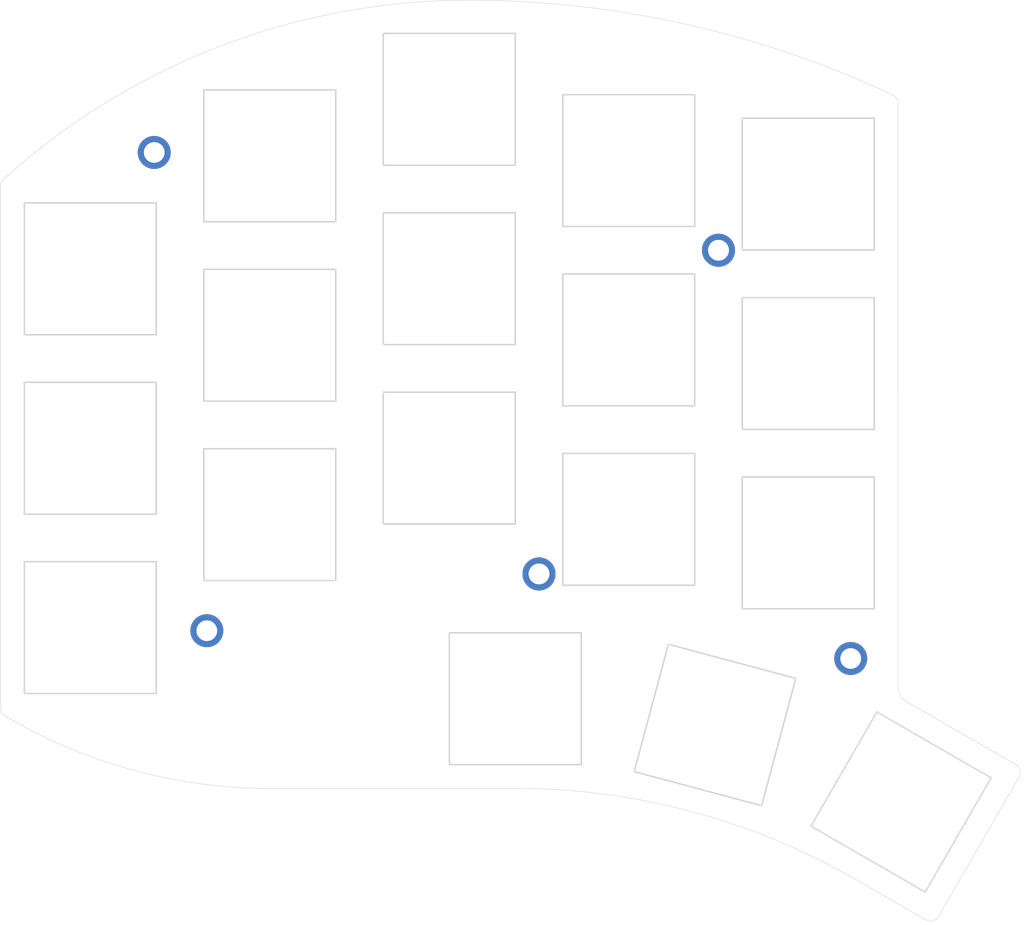
<source format=kicad_pcb>
(kicad_pcb (version 20211014) (generator pcbnew)
  (title_block (title "Howarya?") (date "2022-08-05") (rev "0.2.2") (company "jmnw"))
  (layers (0 "F.Cu" signal) (31 "B.Cu" signal) (34 "B.Paste" user) (35 "F.Paste" user) (36 "B.SilkS" user "B.Silkscreen") (37 "F.SilkS" user "F.Silkscreen") (38 "B.Mask" user) (39 "F.Mask" user) (44 "Edge.Cuts" user))
  (net 0 "")
  (footprint "jmnw:M2_hole_3.5mm_2mm" (layer "F.Cu") (at 138.456425 86.387913)
    (fp_text reference "H3" hide)
    (fp_text value "M2 Hole" hide)
    (pad "" thru_hole circle (at 0 0) (size 3.5 3.5) (drill 2.2) (layers *.Cu *.Mask))
  )
  (footprint "" (layer "F.Cu") (at 152.491366 129.74226)
    (fp_text reference "" (at 0 0) (layer "F.SilkS") (effects (font (size 1.27 1.27))))
    (fp_text value "" (at 0 0) (layer "F.SilkS") (effects (font (size 1.27 1.27))))
    (pad "" thru_hole circle (at 0 0) (size 3.5 3.5) (drill 2.2) (layers F&B.Cu *.Mask))
  )
  (footprint "jmnw:MX_cutout" (layer "F.Cu") (at 109.881427 108.462911)
    (fp_text reference "SW13" hide)
    (fp_text value "MX" hide)
    (fp_line (start 7 7) (end 7 -7) (layer "Edge.Cuts") (width 0.15))
    (fp_line (start -7 7) (end 7 7) (layer "Edge.Cuts") (width 0.15))
    (fp_line (start -7 7) (end -7 -7) (layer "Edge.Cuts") (width 0.15))
    (fp_line (start -7 -7) (end 7 -7) (layer "Edge.Cuts") (width 0.15))
  )
  (footprint "jmnw:MX_cutout" (layer "F.Cu") (at 157.83139 144.983304 -30)
    (fp_text reference "SW18" hide)
    (fp_text value "MX" hide)
    (fp_line (start -7 7) (end -7 -7) (layer "Edge.Cuts") (width 0.15))
    (fp_line (start 7 7) (end 7 -7) (layer "Edge.Cuts") (width 0.15))
    (fp_line (start -7 7) (end 7 7) (layer "Edge.Cuts") (width 0.15))
    (fp_line (start -7 -7) (end 7 -7) (layer "Edge.Cuts") (width 0.15))
  )
  (footprint "" (layer "F.Cu") (at 138.456428 86.387918)
    (fp_text reference "" (at 0 0) (layer "F.SilkS") (effects (font (size 1.27 1.27))))
    (fp_text value "" (at 0 0) (layer "F.SilkS") (effects (font (size 1.27 1.27))))
    (pad "" thru_hole circle (at 0 0) (size 3.5 3.5) (drill 2.2) (layers F&B.Cu *.Mask))
  )
  (footprint "jmnw:MX_cutout" (layer "F.Cu") (at 128.931427 95.91291)
    (fp_text reference "SW9" hide)
    (fp_text value "MX" hide)
    (fp_line (start -7 7) (end -7 -7) (layer "Edge.Cuts") (width 0.15))
    (fp_line (start -7 7) (end 7 7) (layer "Edge.Cuts") (width 0.15))
    (fp_line (start -7 -7) (end 7 -7) (layer "Edge.Cuts") (width 0.15))
    (fp_line (start 7 7) (end 7 -7) (layer "Edge.Cuts") (width 0.15))
  )
  (footprint "" (layer "F.Cu") (at 84.148877 126.790536)
    (fp_text reference "" (at 0 0) (layer "F.SilkS") (effects (font (size 1.27 1.27))))
    (fp_text value "" (at 0 0) (layer "F.SilkS") (effects (font (size 1.27 1.27))))
    (pad "" thru_hole circle (at 0 0) (size 3.5 3.5) (drill 2.2) (layers F&B.Cu *.Mask))
  )
  (footprint "jmnw:MX_cutout" (layer "F.Cu") (at 71.781426 126.463412)
    (fp_text reference "SW11" hide)
    (fp_text value "MX" hide)
    (fp_line (start 7 7) (end 7 -7) (layer "Edge.Cuts") (width 0.15))
    (fp_line (start -7 7) (end 7 7) (layer "Edge.Cuts") (width 0.15))
    (fp_line (start -7 7) (end -7 -7) (layer "Edge.Cuts") (width 0.15))
    (fp_line (start -7 -7) (end 7 -7) (layer "Edge.Cuts") (width 0.15))
  )
  (footprint "jmnw:MX_cutout" (layer "F.Cu") (at 147.981428 98.412915)
    (fp_text reference "SW10" hide)
    (fp_text value "MX" hide)
    (fp_line (start -7 -7) (end 7 -7) (layer "Edge.Cuts") (width 0.15))
    (fp_line (start -7 7) (end 7 7) (layer "Edge.Cuts") (width 0.15))
    (fp_line (start 7 7) (end 7 -7) (layer "Edge.Cuts") (width 0.15))
    (fp_line (start -7 7) (end -7 -7) (layer "Edge.Cuts") (width 0.15))
  )
  (footprint "jmnw:MX_cutout" (layer "F.Cu") (at 71.781428 107.413409)
    (fp_text reference "SW6" hide)
    (fp_text value "MX" hide)
    (fp_line (start 7 7) (end 7 -7) (layer "Edge.Cuts") (width 0.15))
    (fp_line (start -7 7) (end -7 -7) (layer "Edge.Cuts") (width 0.15))
    (fp_line (start -7 -7) (end 7 -7) (layer "Edge.Cuts") (width 0.15))
    (fp_line (start -7 7) (end 7 7) (layer "Edge.Cuts") (width 0.15))
  )
  (footprint "jmnw:MX_cutout" (layer "F.Cu") (at 90.831426 114.463416)
    (fp_text reference "SW12" hide)
    (fp_text value "MX" hide)
    (fp_line (start -7 7) (end -7 -7) (layer "Edge.Cuts") (width 0.15))
    (fp_line (start -7 7) (end 7 7) (layer "Edge.Cuts") (width 0.15))
    (fp_line (start -7 -7) (end 7 -7) (layer "Edge.Cuts") (width 0.15))
    (fp_line (start 7 7) (end 7 -7) (layer "Edge.Cuts") (width 0.15))
  )
  (footprint "jmnw:MX_cutout" (layer "F.Cu") (at 109.881419 70.362914)
    (fp_text reference "SW3" hide)
    (fp_text value "MX" hide)
    (fp_line (start -7 -7) (end 7 -7) (layer "Edge.Cuts") (width 0.15))
    (fp_line (start -7 7) (end 7 7) (layer "Edge.Cuts") (width 0.15))
    (fp_line (start -7 7) (end -7 -7) (layer "Edge.Cuts") (width 0.15))
    (fp_line (start 7 7) (end 7 -7) (layer "Edge.Cuts") (width 0.15))
  )
  (footprint "jmnw:MX_cutout" (layer "F.Cu") (at 147.981426 79.362913)
    (fp_text reference "SW5" hide)
    (fp_text value "MX" hide)
    (fp_line (start 7 7) (end 7 -7) (layer "Edge.Cuts") (width 0.15))
    (fp_line (start -7 -7) (end 7 -7) (layer "Edge.Cuts") (width 0.15))
    (fp_line (start -7 7) (end 7 7) (layer "Edge.Cuts") (width 0.15))
    (fp_line (start -7 7) (end -7 -7) (layer "Edge.Cuts") (width 0.15))
  )
  (footprint "jmnw:MX_cutout" (layer "F.Cu") (at 116.893553 134.013395)
    (fp_text reference "SW16" hide)
    (fp_text value "MX" hide)
    (fp_line (start -7 7) (end -7 -7) (layer "Edge.Cuts") (width 0.15))
    (fp_line (start -7 7) (end 7 7) (layer "Edge.Cuts") (width 0.15))
    (fp_line (start -7 -7) (end 7 -7) (layer "Edge.Cuts") (width 0.15))
    (fp_line (start 7 7) (end 7 -7) (layer "Edge.Cuts") (width 0.15))
  )
  (footprint "jmnw:MX_cutout" (layer "F.Cu") (at 71.781419 88.363415)
    (fp_text reference "SW1" hide)
    (fp_text value "MX" hide)
    (fp_line (start -7 7) (end 7 7) (layer "Edge.Cuts") (width 0.15))
    (fp_line (start -7 7) (end -7 -7) (layer "Edge.Cuts") (width 0.15))
    (fp_line (start 7 7) (end 7 -7) (layer "Edge.Cuts") (width 0.15))
    (fp_line (start -7 -7) (end 7 -7) (layer "Edge.Cuts") (width 0.15))
  )
  (footprint "jmnw:MX_cutout" (layer "F.Cu") (at 128.931423 114.962912)
    (fp_text reference "SW14" hide)
    (fp_text value "MX" hide)
    (fp_line (start -7 7) (end -7 -7) (layer "Edge.Cuts") (width 0.15))
    (fp_line (start -7 7) (end 7 7) (layer "Edge.Cuts") (width 0.15))
    (fp_line (start 7 7) (end 7 -7) (layer "Edge.Cuts") (width 0.15))
    (fp_line (start -7 -7) (end 7 -7) (layer "Edge.Cuts") (width 0.15))
  )
  (footprint "jmnw:MX_cutout" (layer "F.Cu") (at 90.831427 95.413412)
    (fp_text reference "SW7" hide)
    (fp_text value "MX" hide)
    (fp_line (start -7 7) (end 7 7) (layer "Edge.Cuts") (width 0.15))
    (fp_line (start -7 7) (end -7 -7) (layer "Edge.Cuts") (width 0.15))
    (fp_line (start 7 7) (end 7 -7) (layer "Edge.Cuts") (width 0.15))
    (fp_line (start -7 -7) (end 7 -7) (layer "Edge.Cuts") (width 0.15))
  )
  (footprint "" (layer "F.Cu") (at 119.405921 120.762856)
    (fp_text reference "" (at 0 0) (layer "F.SilkS") (effects (font (size 1.27 1.27))))
    (fp_text value "" (at 0 0) (layer "F.SilkS") (effects (font (size 1.27 1.27))))
    (pad "" thru_hole circle (at 0 0) (size 3.5 3.5) (drill 2.2) (layers F&B.Cu *.Mask))
  )
  (footprint "jmnw:MX_cutout" (layer "F.Cu") (at 128.931428 76.862918)
    (fp_text reference "SW4" hide)
    (fp_text value "MX" hide)
    (fp_line (start -7 -7) (end 7 -7) (layer "Edge.Cuts") (width 0.15))
    (fp_line (start 7 7) (end 7 -7) (layer "Edge.Cuts") (width 0.15))
    (fp_line (start -7 7) (end 7 7) (layer "Edge.Cuts") (width 0.15))
    (fp_line (start -7 7) (end -7 -7) (layer "Edge.Cuts") (width 0.15))
  )
  (footprint "" (layer "F.Cu") (at 78.567135 76.002959)
    (fp_text reference "" (at 0 0) (layer "F.SilkS") (effects (font (size 1.27 1.27))))
    (fp_text value "" (at 0 0) (layer "F.SilkS") (effects (font (size 1.27 1.27))))
    (pad "" thru_hole circle (at 0 0) (size 3.5 3.5) (drill 2.2) (layers F&B.Cu *.Mask))
  )
  (footprint "jmnw:MX_cutout" (layer "F.Cu") (at 138.084467 136.803614 -15)
    (fp_text reference "SW17" hide)
    (fp_text value "MX" hide)
    (fp_line (start -7 -7) (end 7 -7) (layer "Edge.Cuts") (width 0.15))
    (fp_line (start 7 7) (end 7 -7) (layer "Edge.Cuts") (width 0.15))
    (fp_line (start -7 7) (end -7 -7) (layer "Edge.Cuts") (width 0.15))
    (fp_line (start -7 7) (end 7 7) (layer "Edge.Cuts") (width 0.15))
  )
  (footprint "jmnw:MX_cutout" (layer "F.Cu") (at 109.881423 89.412917)
    (fp_text reference "SW8" hide)
    (fp_text value "MX" hide)
    (fp_line (start -7 7) (end -7 -7) (layer "Edge.Cuts") (width 0.15))
    (fp_line (start -7 -7) (end 7 -7) (layer "Edge.Cuts") (width 0.15))
    (fp_line (start -7 7) (end 7 7) (layer "Edge.Cuts") (width 0.15))
    (fp_line (start 7 7) (end 7 -7) (layer "Edge.Cuts") (width 0.15))
  )
  (footprint "jmnw:M2_hole_3.5mm_2mm" (layer "F.Cu") (at 119.405921 120.762856)
    (fp_text reference "H4" hide)
    (fp_text value "M2 Hole" hide)
    (pad "" thru_hole circle (at 0 0) (size 3.5 3.5) (drill 2.2) (layers *.Cu *.Mask))
  )
  (footprint "jmnw:MX_cutout" (layer "F.Cu") (at 147.981429 117.462914)
    (fp_text reference "SW15" hide)
    (fp_text value "MX" hide)
    (fp_line (start -7 7) (end -7 -7) (layer "Edge.Cuts") (width 0.15))
    (fp_line (start -7 -7) (end 7 -7) (layer "Edge.Cuts") (width 0.15))
    (fp_line (start -7 7) (end 7 7) (layer "Edge.Cuts") (width 0.15))
    (fp_line (start 7 7) (end 7 -7) (layer "Edge.Cuts") (width 0.15))
  )
  (footprint "jmnw:MX_cutout" (layer "F.Cu") (at 90.831422 76.363417)
    (fp_text reference "SW2" hide)
    (fp_text value "MX" hide)
    (fp_line (start -7 7) (end 7 7) (layer "Edge.Cuts") (width 0.15))
    (fp_line (start -7 -7) (end 7 -7) (layer "Edge.Cuts") (width 0.15))
    (fp_line (start 7 7) (end 7 -7) (layer "Edge.Cuts") (width 0.15))
    (fp_line (start -7 7) (end -7 -7) (layer "Edge.Cuts") (width 0.15))
  )
  (gr_line (start 62.256824 79.588665) (end 62.256818 134.988564) (layer "Edge.Cuts") (width 0.05))
  (gr_arc (start 62.580624 78.852009) (mid 85.461023 64.755855) (end 111.881165 59.837491) (layer "Edge.Cuts") (width 0.05))
  (gr_arc (start 62.730219 135.83792) (mid 62.383161 135.474751) (end 62.256818 134.988564) (layer "Edge.Cuts") (width 0.05))
  (gr_arc (start 156.930622 69.882009) (mid 157.349906 70.251164) (end 157.50588 70.787584) (layer "Edge.Cuts") (width 0.05))
  (gr_line (start 116.893613 143.538569) (end 90.831732 143.53891) (layer "Edge.Cuts") (width 0.05))
  (gr_line (start 160.451841 157.493707) (end 153.069154 153.231306) (layer "Edge.Cuts") (width 0.05))
  (gr_arc (start 169.976844 140.99571) (mid 170.442776 141.602914) (end 170.34288 142.361735) (layer "Edge.Cuts") (width 0.05))
  (gr_arc (start 111.881165 59.837491) (mid 134.958986 62.37914) (end 156.930622 69.882009) (layer "Edge.Cuts") (width 0.05))
  (gr_arc (start 116.893613 143.538569) (mid 135.61939 146.003749) (end 153.069154 153.231306) (layer "Edge.Cuts") (width 0.05))
  (gr_arc (start 90.831732 143.53891) (mid 76.262934 141.57879) (end 62.730219 135.83792) (layer "Edge.Cuts") (width 0.05))
  (gr_arc (start 161.817872 157.127673) (mid 161.210665 157.593605) (end 160.451841 157.493707) (layer "Edge.Cuts") (width 0.05))
  (gr_line (start 169.976844 140.99571) (end 158.371881 134.295031) (layer "Edge.Cuts") (width 0.05))
  (gr_arc (start 62.256824 79.588665) (mid 62.341347 79.186326) (end 62.580624 78.852009) (layer "Edge.Cuts") (width 0.05))
  (gr_arc (start 158.371881 134.295031) (mid 157.737796 133.661165) (end 157.505595 132.795179) (layer "Edge.Cuts") (width 0.05))
  (gr_line (start 161.817872 157.127673) (end 170.34288 142.361735) (layer "Edge.Cuts") (width 0.05))
  (gr_line (start 157.50588 70.787584) (end 157.505595 132.795179) (layer "Edge.Cuts") (width 0.05))
)
</source>
